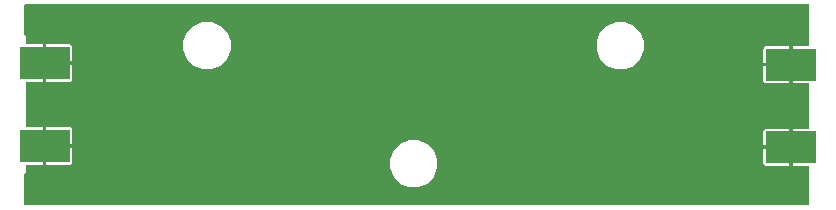
<source format=gbr>
G04 EAGLE Gerber RS-274X export*
G75*
%MOMM*%
%FSLAX34Y34*%
%LPD*%
%INBottom Copper*%
%IPPOS*%
%AMOC8*
5,1,8,0,0,1.08239X$1,22.5*%
G01*
%ADD10R,4.191000X2.667000*%

G36*
X669194Y5085D02*
X669194Y5085D01*
X669219Y5082D01*
X669314Y5104D01*
X669411Y5120D01*
X669432Y5132D01*
X669456Y5138D01*
X669540Y5189D01*
X669626Y5235D01*
X669643Y5253D01*
X669664Y5266D01*
X669726Y5342D01*
X669793Y5413D01*
X669803Y5436D01*
X669819Y5455D01*
X669853Y5546D01*
X669894Y5636D01*
X669896Y5660D01*
X669905Y5683D01*
X669919Y5830D01*
X669919Y37329D01*
X669917Y37342D01*
X669918Y37347D01*
X669916Y37356D01*
X669918Y37378D01*
X669896Y37473D01*
X669880Y37570D01*
X669868Y37591D01*
X669862Y37615D01*
X669811Y37699D01*
X669765Y37785D01*
X669747Y37802D01*
X669734Y37823D01*
X669658Y37885D01*
X669587Y37952D01*
X669564Y37962D01*
X669545Y37978D01*
X669454Y38012D01*
X669364Y38053D01*
X669340Y38055D01*
X669317Y38064D01*
X669170Y38078D01*
X655985Y38078D01*
X655985Y53204D01*
X655981Y53228D01*
X655984Y53252D01*
X655961Y53348D01*
X655945Y53445D01*
X655934Y53466D01*
X655928Y53490D01*
X655877Y53573D01*
X655830Y53660D01*
X655813Y53677D01*
X655800Y53697D01*
X655724Y53760D01*
X655652Y53827D01*
X655630Y53837D01*
X655611Y53852D01*
X655520Y53887D01*
X655430Y53928D01*
X655406Y53930D01*
X655383Y53939D01*
X655236Y53953D01*
X654485Y53953D01*
X654485Y53955D01*
X655236Y53955D01*
X655260Y53959D01*
X655284Y53956D01*
X655380Y53979D01*
X655477Y53995D01*
X655498Y54006D01*
X655522Y54012D01*
X655605Y54063D01*
X655692Y54110D01*
X655709Y54127D01*
X655729Y54140D01*
X655792Y54216D01*
X655859Y54288D01*
X655869Y54310D01*
X655884Y54329D01*
X655919Y54420D01*
X655960Y54510D01*
X655962Y54534D01*
X655971Y54557D01*
X655985Y54704D01*
X655985Y69830D01*
X669170Y69830D01*
X669194Y69834D01*
X669219Y69831D01*
X669314Y69853D01*
X669411Y69869D01*
X669432Y69881D01*
X669456Y69887D01*
X669540Y69938D01*
X669626Y69984D01*
X669643Y70002D01*
X669664Y70015D01*
X669726Y70091D01*
X669793Y70162D01*
X669803Y70185D01*
X669819Y70204D01*
X669853Y70295D01*
X669894Y70385D01*
X669896Y70409D01*
X669905Y70432D01*
X669919Y70579D01*
X669919Y107221D01*
X669915Y107245D01*
X669918Y107270D01*
X669896Y107365D01*
X669880Y107462D01*
X669868Y107483D01*
X669862Y107507D01*
X669811Y107591D01*
X669765Y107677D01*
X669747Y107694D01*
X669734Y107715D01*
X669658Y107777D01*
X669587Y107844D01*
X669564Y107854D01*
X669545Y107870D01*
X669454Y107904D01*
X669364Y107945D01*
X669340Y107947D01*
X669317Y107956D01*
X669170Y107970D01*
X655985Y107970D01*
X655985Y123096D01*
X655981Y123120D01*
X655984Y123144D01*
X655961Y123240D01*
X655945Y123337D01*
X655934Y123358D01*
X655928Y123382D01*
X655877Y123465D01*
X655830Y123552D01*
X655813Y123569D01*
X655800Y123589D01*
X655724Y123652D01*
X655652Y123719D01*
X655630Y123729D01*
X655611Y123744D01*
X655520Y123779D01*
X655430Y123820D01*
X655406Y123822D01*
X655383Y123831D01*
X655236Y123845D01*
X654485Y123845D01*
X654485Y123847D01*
X655236Y123847D01*
X655260Y123851D01*
X655284Y123848D01*
X655380Y123871D01*
X655477Y123887D01*
X655498Y123898D01*
X655522Y123904D01*
X655605Y123955D01*
X655692Y124002D01*
X655709Y124019D01*
X655729Y124032D01*
X655792Y124108D01*
X655859Y124180D01*
X655869Y124202D01*
X655884Y124221D01*
X655919Y124312D01*
X655960Y124402D01*
X655962Y124426D01*
X655971Y124449D01*
X655985Y124596D01*
X655985Y139722D01*
X669170Y139722D01*
X669194Y139726D01*
X669219Y139723D01*
X669314Y139745D01*
X669411Y139761D01*
X669432Y139773D01*
X669456Y139779D01*
X669540Y139830D01*
X669626Y139876D01*
X669643Y139894D01*
X669664Y139907D01*
X669726Y139983D01*
X669793Y140054D01*
X669803Y140077D01*
X669819Y140096D01*
X669853Y140187D01*
X669894Y140277D01*
X669896Y140301D01*
X669905Y140324D01*
X669919Y140471D01*
X669919Y174170D01*
X669915Y174194D01*
X669918Y174219D01*
X669896Y174314D01*
X669880Y174411D01*
X669868Y174432D01*
X669862Y174456D01*
X669811Y174540D01*
X669765Y174626D01*
X669747Y174643D01*
X669734Y174664D01*
X669658Y174726D01*
X669587Y174793D01*
X669564Y174803D01*
X669545Y174819D01*
X669454Y174853D01*
X669364Y174894D01*
X669340Y174896D01*
X669317Y174905D01*
X669170Y174919D01*
X5830Y174919D01*
X5806Y174915D01*
X5781Y174918D01*
X5686Y174896D01*
X5589Y174880D01*
X5568Y174868D01*
X5544Y174862D01*
X5460Y174811D01*
X5374Y174765D01*
X5357Y174747D01*
X5336Y174734D01*
X5274Y174658D01*
X5207Y174587D01*
X5197Y174564D01*
X5181Y174545D01*
X5147Y174454D01*
X5106Y174364D01*
X5104Y174340D01*
X5095Y174317D01*
X5081Y174170D01*
X5081Y149735D01*
X5097Y149639D01*
X5106Y149542D01*
X5116Y149519D01*
X5120Y149494D01*
X5166Y149408D01*
X5207Y149319D01*
X5228Y149294D01*
X5235Y149279D01*
X5254Y149262D01*
X5300Y149205D01*
X6351Y148154D01*
X6351Y141741D01*
X6355Y141717D01*
X6352Y141692D01*
X6374Y141597D01*
X6390Y141500D01*
X6402Y141479D01*
X6408Y141455D01*
X6459Y141371D01*
X6505Y141285D01*
X6523Y141268D01*
X6536Y141247D01*
X6612Y141185D01*
X6683Y141118D01*
X6706Y141108D01*
X6725Y141092D01*
X6816Y141058D01*
X6906Y141017D01*
X6930Y141015D01*
X6953Y141006D01*
X7100Y140992D01*
X20925Y140992D01*
X20925Y125866D01*
X20929Y125842D01*
X20926Y125818D01*
X20949Y125722D01*
X20965Y125625D01*
X20976Y125604D01*
X20982Y125580D01*
X21033Y125497D01*
X21080Y125410D01*
X21097Y125393D01*
X21110Y125373D01*
X21186Y125310D01*
X21258Y125243D01*
X21280Y125233D01*
X21299Y125218D01*
X21390Y125183D01*
X21480Y125142D01*
X21504Y125140D01*
X21527Y125131D01*
X21674Y125117D01*
X22425Y125117D01*
X22425Y125115D01*
X21674Y125115D01*
X21650Y125111D01*
X21626Y125114D01*
X21530Y125091D01*
X21433Y125075D01*
X21412Y125064D01*
X21388Y125058D01*
X21304Y125007D01*
X21218Y124960D01*
X21201Y124943D01*
X21181Y124930D01*
X21118Y124854D01*
X21051Y124782D01*
X21041Y124760D01*
X21026Y124741D01*
X20991Y124650D01*
X20950Y124560D01*
X20948Y124536D01*
X20939Y124513D01*
X20925Y124366D01*
X20925Y109240D01*
X7100Y109240D01*
X7076Y109236D01*
X7051Y109239D01*
X6956Y109217D01*
X6859Y109201D01*
X6838Y109189D01*
X6814Y109183D01*
X6730Y109132D01*
X6644Y109086D01*
X6627Y109068D01*
X6606Y109055D01*
X6544Y108979D01*
X6477Y108908D01*
X6467Y108885D01*
X6451Y108866D01*
X6417Y108775D01*
X6376Y108685D01*
X6374Y108661D01*
X6365Y108638D01*
X6351Y108491D01*
X6351Y71849D01*
X6355Y71825D01*
X6352Y71800D01*
X6374Y71705D01*
X6390Y71608D01*
X6402Y71587D01*
X6408Y71563D01*
X6459Y71479D01*
X6505Y71393D01*
X6523Y71376D01*
X6536Y71355D01*
X6612Y71293D01*
X6683Y71226D01*
X6706Y71216D01*
X6725Y71200D01*
X6816Y71166D01*
X6906Y71125D01*
X6930Y71123D01*
X6953Y71114D01*
X7100Y71100D01*
X20925Y71100D01*
X20925Y55974D01*
X20929Y55950D01*
X20926Y55926D01*
X20949Y55830D01*
X20965Y55733D01*
X20976Y55712D01*
X20982Y55688D01*
X21033Y55605D01*
X21080Y55518D01*
X21097Y55501D01*
X21110Y55481D01*
X21186Y55418D01*
X21258Y55351D01*
X21280Y55341D01*
X21299Y55326D01*
X21390Y55291D01*
X21480Y55250D01*
X21504Y55248D01*
X21527Y55239D01*
X21674Y55225D01*
X22425Y55225D01*
X22425Y55223D01*
X21674Y55223D01*
X21650Y55219D01*
X21626Y55222D01*
X21530Y55199D01*
X21433Y55183D01*
X21412Y55172D01*
X21388Y55166D01*
X21304Y55115D01*
X21218Y55068D01*
X21201Y55051D01*
X21181Y55038D01*
X21118Y54962D01*
X21051Y54890D01*
X21041Y54868D01*
X21026Y54849D01*
X20991Y54758D01*
X20950Y54668D01*
X20948Y54644D01*
X20939Y54621D01*
X20925Y54474D01*
X20925Y39348D01*
X7100Y39348D01*
X7076Y39344D01*
X7051Y39347D01*
X6956Y39325D01*
X6859Y39309D01*
X6838Y39297D01*
X6814Y39291D01*
X6730Y39240D01*
X6644Y39194D01*
X6627Y39176D01*
X6606Y39163D01*
X6544Y39087D01*
X6477Y39016D01*
X6467Y38993D01*
X6451Y38974D01*
X6417Y38883D01*
X6376Y38793D01*
X6374Y38769D01*
X6365Y38746D01*
X6351Y38599D01*
X6351Y32186D01*
X5300Y31135D01*
X5243Y31056D01*
X5181Y30980D01*
X5173Y30957D01*
X5158Y30937D01*
X5130Y30843D01*
X5095Y30752D01*
X5092Y30719D01*
X5087Y30703D01*
X5088Y30678D01*
X5081Y30605D01*
X5081Y5830D01*
X5085Y5806D01*
X5082Y5781D01*
X5104Y5686D01*
X5120Y5589D01*
X5132Y5568D01*
X5138Y5544D01*
X5189Y5460D01*
X5235Y5374D01*
X5253Y5357D01*
X5266Y5336D01*
X5342Y5274D01*
X5413Y5207D01*
X5436Y5197D01*
X5455Y5181D01*
X5546Y5147D01*
X5636Y5106D01*
X5660Y5104D01*
X5683Y5095D01*
X5830Y5081D01*
X669170Y5081D01*
X669194Y5085D01*
G37*
%LPC*%
G36*
X505846Y119919D02*
X505846Y119919D01*
X498465Y122976D01*
X492816Y128625D01*
X489759Y136006D01*
X489759Y143994D01*
X492816Y151375D01*
X498465Y157024D01*
X505846Y160081D01*
X513834Y160081D01*
X521215Y157024D01*
X526864Y151375D01*
X529921Y143994D01*
X529921Y136006D01*
X526864Y128625D01*
X521215Y122976D01*
X513834Y119919D01*
X505846Y119919D01*
G37*
%LPD*%
%LPC*%
G36*
X155846Y119919D02*
X155846Y119919D01*
X148465Y122976D01*
X142816Y128625D01*
X139759Y136006D01*
X139759Y143994D01*
X142816Y151375D01*
X148465Y157024D01*
X155846Y160081D01*
X163834Y160081D01*
X171215Y157024D01*
X176864Y151375D01*
X179921Y143994D01*
X179921Y136006D01*
X176864Y128625D01*
X171215Y122976D01*
X163834Y119919D01*
X155846Y119919D01*
G37*
%LPD*%
%LPC*%
G36*
X330846Y19919D02*
X330846Y19919D01*
X323465Y22976D01*
X317816Y28625D01*
X314759Y36006D01*
X314759Y43994D01*
X317816Y51375D01*
X323465Y57024D01*
X330846Y60081D01*
X338834Y60081D01*
X346215Y57024D01*
X351864Y51375D01*
X354921Y43994D01*
X354921Y36006D01*
X351864Y28625D01*
X346215Y22976D01*
X338834Y19919D01*
X330846Y19919D01*
G37*
%LPD*%
%LPC*%
G36*
X23923Y126615D02*
X23923Y126615D01*
X23923Y140992D01*
X43713Y140992D01*
X44360Y140819D01*
X44939Y140484D01*
X45412Y140011D01*
X45747Y139432D01*
X45920Y138785D01*
X45920Y126615D01*
X23923Y126615D01*
G37*
%LPD*%
%LPC*%
G36*
X23923Y56723D02*
X23923Y56723D01*
X23923Y71100D01*
X43713Y71100D01*
X44360Y70927D01*
X44939Y70592D01*
X45412Y70119D01*
X45747Y69540D01*
X45920Y68893D01*
X45920Y56723D01*
X23923Y56723D01*
G37*
%LPD*%
%LPC*%
G36*
X630990Y125345D02*
X630990Y125345D01*
X630990Y137515D01*
X631163Y138162D01*
X631498Y138741D01*
X631971Y139214D01*
X632550Y139549D01*
X633197Y139722D01*
X652987Y139722D01*
X652987Y125345D01*
X630990Y125345D01*
G37*
%LPD*%
%LPC*%
G36*
X630990Y55453D02*
X630990Y55453D01*
X630990Y67623D01*
X631163Y68270D01*
X631498Y68849D01*
X631971Y69322D01*
X632550Y69657D01*
X633197Y69830D01*
X652987Y69830D01*
X652987Y55453D01*
X630990Y55453D01*
G37*
%LPD*%
%LPC*%
G36*
X633197Y107970D02*
X633197Y107970D01*
X632550Y108143D01*
X631971Y108478D01*
X631498Y108951D01*
X631163Y109530D01*
X630990Y110177D01*
X630990Y122347D01*
X652987Y122347D01*
X652987Y107970D01*
X633197Y107970D01*
G37*
%LPD*%
%LPC*%
G36*
X633197Y38078D02*
X633197Y38078D01*
X632550Y38251D01*
X631971Y38586D01*
X631498Y39059D01*
X631163Y39638D01*
X630990Y40285D01*
X630990Y52455D01*
X652987Y52455D01*
X652987Y38078D01*
X633197Y38078D01*
G37*
%LPD*%
%LPC*%
G36*
X23923Y39348D02*
X23923Y39348D01*
X23923Y53725D01*
X45920Y53725D01*
X45920Y41555D01*
X45835Y41239D01*
X45747Y40908D01*
X45412Y40329D01*
X44939Y39856D01*
X44360Y39521D01*
X43713Y39348D01*
X23923Y39348D01*
G37*
%LPD*%
%LPC*%
G36*
X23923Y109240D02*
X23923Y109240D01*
X23923Y123617D01*
X45920Y123617D01*
X45920Y111447D01*
X45778Y110919D01*
X45747Y110800D01*
X45412Y110221D01*
X44939Y109748D01*
X44360Y109413D01*
X43713Y109240D01*
X23923Y109240D01*
G37*
%LPD*%
D10*
X22424Y55224D03*
X22424Y125116D03*
X654486Y123846D03*
X654486Y53954D03*
M02*

</source>
